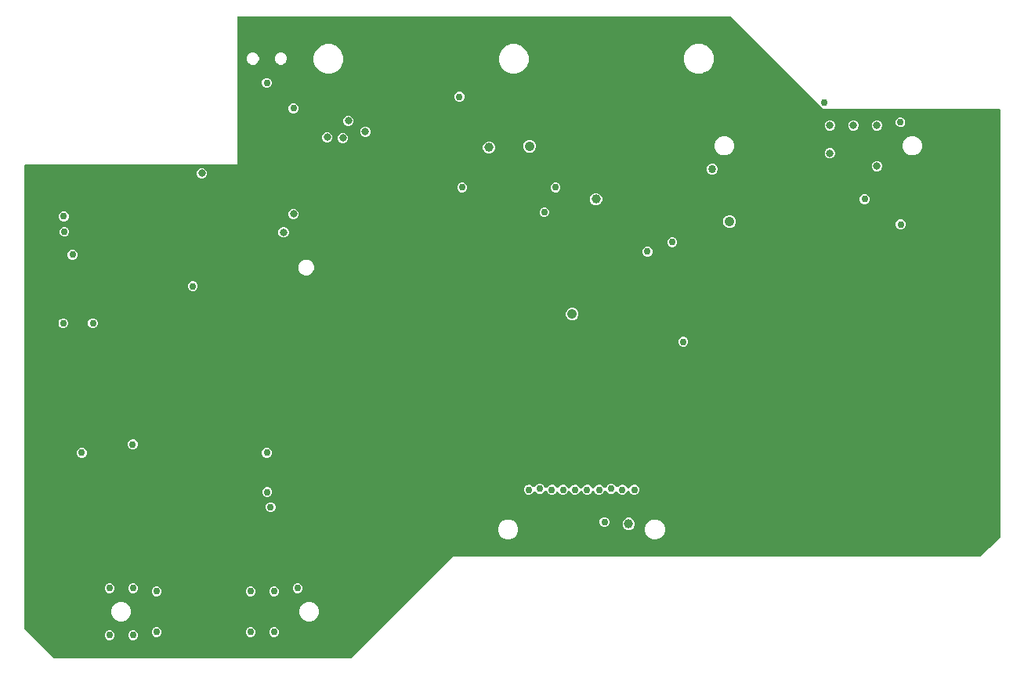
<source format=gbr>
G04 EAGLE Gerber RS-274X export*
G75*
%MOMM*%
%FSLAX34Y34*%
%LPD*%
%INEAGLE Copper Layer 15*%
%IPPOS*%
%AMOC8*
5,1,8,0,0,1.08239X$1,22.5*%
G01*
%ADD10C,0.756400*%
%ADD11C,0.806400*%
%ADD12C,1.006400*%
%ADD13C,0.406400*%
%ADD14C,0.508000*%
%ADD15C,0.254000*%
%ADD16C,0.856400*%
%ADD17C,1.056400*%

G36*
X680027Y537971D02*
X680027Y537971D01*
X680053Y537969D01*
X680227Y537991D01*
X680401Y538009D01*
X680426Y538017D01*
X680453Y538020D01*
X680618Y538076D01*
X680786Y538127D01*
X680809Y538140D01*
X680834Y538148D01*
X680986Y538235D01*
X681140Y538319D01*
X681160Y538336D01*
X681183Y538349D01*
X681436Y538564D01*
X790841Y647969D01*
X1360000Y647969D01*
X1360027Y647971D01*
X1360053Y647969D01*
X1360227Y647991D01*
X1360401Y648009D01*
X1360426Y648017D01*
X1360453Y648020D01*
X1360618Y648076D01*
X1360786Y648127D01*
X1360809Y648140D01*
X1360834Y648148D01*
X1360986Y648235D01*
X1361140Y648319D01*
X1361160Y648336D01*
X1361183Y648349D01*
X1361436Y648564D01*
X1381436Y668564D01*
X1381442Y668571D01*
X1381449Y668576D01*
X1381460Y668590D01*
X1381474Y668602D01*
X1381581Y668740D01*
X1381691Y668875D01*
X1381696Y668883D01*
X1381701Y668890D01*
X1381709Y668906D01*
X1381720Y668920D01*
X1381798Y669077D01*
X1381880Y669231D01*
X1381883Y669239D01*
X1381887Y669247D01*
X1381892Y669264D01*
X1381900Y669281D01*
X1381945Y669450D01*
X1381995Y669617D01*
X1381996Y669626D01*
X1381998Y669634D01*
X1382000Y669652D01*
X1382004Y669669D01*
X1382031Y670000D01*
X1382031Y1130000D01*
X1382029Y1130018D01*
X1382031Y1130036D01*
X1382010Y1130218D01*
X1381991Y1130401D01*
X1381986Y1130418D01*
X1381984Y1130435D01*
X1381927Y1130610D01*
X1381873Y1130786D01*
X1381865Y1130801D01*
X1381859Y1130818D01*
X1381769Y1130978D01*
X1381681Y1131140D01*
X1381670Y1131153D01*
X1381661Y1131169D01*
X1381541Y1131308D01*
X1381424Y1131449D01*
X1381410Y1131460D01*
X1381398Y1131474D01*
X1381253Y1131586D01*
X1381110Y1131701D01*
X1381094Y1131709D01*
X1381080Y1131720D01*
X1380915Y1131802D01*
X1380753Y1131887D01*
X1380736Y1131892D01*
X1380720Y1131900D01*
X1380541Y1131947D01*
X1380366Y1131998D01*
X1380348Y1132000D01*
X1380331Y1132004D01*
X1380000Y1132031D01*
X1190841Y1132031D01*
X1091436Y1231436D01*
X1091416Y1231453D01*
X1091398Y1231474D01*
X1091260Y1231581D01*
X1091125Y1231691D01*
X1091101Y1231704D01*
X1091080Y1231720D01*
X1090923Y1231798D01*
X1090769Y1231880D01*
X1090744Y1231888D01*
X1090720Y1231900D01*
X1090550Y1231945D01*
X1090383Y1231995D01*
X1090357Y1231997D01*
X1090331Y1232004D01*
X1090000Y1232031D01*
X560000Y1232031D01*
X559982Y1232029D01*
X559964Y1232031D01*
X559782Y1232010D01*
X559599Y1231991D01*
X559582Y1231986D01*
X559565Y1231984D01*
X559390Y1231927D01*
X559214Y1231873D01*
X559199Y1231865D01*
X559182Y1231859D01*
X559022Y1231769D01*
X558860Y1231681D01*
X558847Y1231670D01*
X558831Y1231661D01*
X558692Y1231541D01*
X558551Y1231424D01*
X558540Y1231410D01*
X558527Y1231398D01*
X558414Y1231253D01*
X558299Y1231110D01*
X558291Y1231094D01*
X558280Y1231080D01*
X558198Y1230915D01*
X558113Y1230753D01*
X558108Y1230736D01*
X558100Y1230720D01*
X558053Y1230541D01*
X558002Y1230366D01*
X558000Y1230348D01*
X557996Y1230331D01*
X557969Y1230000D01*
X557969Y1072031D01*
X330000Y1072031D01*
X329982Y1072029D01*
X329964Y1072031D01*
X329782Y1072010D01*
X329599Y1071991D01*
X329582Y1071986D01*
X329565Y1071984D01*
X329390Y1071927D01*
X329214Y1071873D01*
X329199Y1071865D01*
X329182Y1071859D01*
X329022Y1071769D01*
X328860Y1071681D01*
X328847Y1071670D01*
X328831Y1071661D01*
X328692Y1071541D01*
X328551Y1071424D01*
X328540Y1071410D01*
X328527Y1071398D01*
X328414Y1071253D01*
X328299Y1071110D01*
X328291Y1071094D01*
X328280Y1071080D01*
X328198Y1070915D01*
X328113Y1070753D01*
X328108Y1070736D01*
X328100Y1070720D01*
X328052Y1070541D01*
X328002Y1070366D01*
X328000Y1070348D01*
X327996Y1070331D01*
X327969Y1070000D01*
X327969Y570000D01*
X327971Y569973D01*
X327969Y569947D01*
X327991Y569773D01*
X328009Y569599D01*
X328017Y569574D01*
X328020Y569547D01*
X328076Y569382D01*
X328127Y569214D01*
X328140Y569191D01*
X328148Y569166D01*
X328235Y569014D01*
X328319Y568860D01*
X328336Y568840D01*
X328349Y568817D01*
X328564Y568564D01*
X358564Y538564D01*
X358584Y538547D01*
X358602Y538527D01*
X358740Y538419D01*
X358875Y538309D01*
X358899Y538296D01*
X358920Y538280D01*
X359077Y538202D01*
X359231Y538120D01*
X359256Y538112D01*
X359281Y538100D01*
X359450Y538055D01*
X359617Y538005D01*
X359643Y538003D01*
X359669Y537996D01*
X360000Y537969D01*
X680000Y537969D01*
X680027Y537971D01*
G37*
%LPC*%
G36*
X871944Y714693D02*
X871944Y714693D01*
X869994Y715501D01*
X868501Y716994D01*
X867693Y718944D01*
X867693Y721056D01*
X868501Y723006D01*
X869994Y724499D01*
X871208Y725002D01*
X871944Y725307D01*
X874056Y725307D01*
X876006Y724499D01*
X877179Y723326D01*
X877190Y723317D01*
X877198Y723307D01*
X877345Y723190D01*
X877491Y723070D01*
X877503Y723064D01*
X877513Y723056D01*
X877681Y722970D01*
X877847Y722882D01*
X877859Y722878D01*
X877871Y722872D01*
X878052Y722821D01*
X878232Y722767D01*
X878246Y722766D01*
X878259Y722762D01*
X878445Y722748D01*
X878633Y722731D01*
X878647Y722732D01*
X878660Y722731D01*
X878845Y722754D01*
X879034Y722774D01*
X879047Y722778D01*
X879060Y722780D01*
X879237Y722839D01*
X879418Y722896D01*
X879429Y722902D01*
X879442Y722906D01*
X879605Y722999D01*
X879770Y723090D01*
X879780Y723099D01*
X879792Y723106D01*
X879934Y723230D01*
X880077Y723351D01*
X880085Y723361D01*
X880095Y723370D01*
X880210Y723520D01*
X880326Y723667D01*
X880333Y723679D01*
X880341Y723689D01*
X880492Y723985D01*
X880501Y724006D01*
X881994Y725499D01*
X883944Y726307D01*
X886056Y726307D01*
X888006Y725499D01*
X889499Y724006D01*
X889830Y723205D01*
X889835Y723197D01*
X889837Y723189D01*
X889930Y723019D01*
X890021Y722851D01*
X890026Y722843D01*
X890031Y722836D01*
X890154Y722689D01*
X890277Y722540D01*
X890284Y722534D01*
X890290Y722528D01*
X890441Y722407D01*
X890590Y722286D01*
X890598Y722282D01*
X890605Y722277D01*
X890777Y722188D01*
X890946Y722099D01*
X890955Y722097D01*
X890963Y722093D01*
X891148Y722040D01*
X891333Y721986D01*
X891342Y721985D01*
X891350Y721983D01*
X891542Y721968D01*
X891734Y721952D01*
X891743Y721953D01*
X891752Y721952D01*
X891941Y721975D01*
X892134Y721997D01*
X892143Y722000D01*
X892151Y722001D01*
X892333Y722061D01*
X892517Y722120D01*
X892525Y722124D01*
X892534Y722127D01*
X892702Y722223D01*
X892869Y722316D01*
X892875Y722322D01*
X892883Y722327D01*
X893028Y722452D01*
X893174Y722578D01*
X893180Y722585D01*
X893187Y722591D01*
X893304Y722743D01*
X893423Y722895D01*
X893427Y722903D01*
X893432Y722910D01*
X893460Y722965D01*
X894994Y724499D01*
X896208Y725002D01*
X896944Y725307D01*
X899056Y725307D01*
X901006Y724499D01*
X902564Y722941D01*
X902577Y722930D01*
X902589Y722916D01*
X902733Y722802D01*
X902875Y722686D01*
X902891Y722678D01*
X902905Y722667D01*
X903069Y722583D01*
X903231Y722497D01*
X903248Y722492D01*
X903264Y722484D01*
X903441Y722435D01*
X903617Y722383D01*
X903635Y722381D01*
X903652Y722376D01*
X903835Y722363D01*
X904018Y722346D01*
X904036Y722348D01*
X904053Y722347D01*
X904235Y722370D01*
X904418Y722390D01*
X904435Y722395D01*
X904453Y722397D01*
X904626Y722456D01*
X904802Y722511D01*
X904818Y722520D01*
X904834Y722526D01*
X904993Y722617D01*
X905154Y722706D01*
X905168Y722718D01*
X905183Y722726D01*
X905436Y722941D01*
X906994Y724499D01*
X908208Y725002D01*
X908944Y725307D01*
X911056Y725307D01*
X913006Y724499D01*
X914499Y723006D01*
X914623Y722705D01*
X914628Y722698D01*
X914630Y722689D01*
X914722Y722521D01*
X914813Y722351D01*
X914819Y722344D01*
X914824Y722336D01*
X914947Y722189D01*
X915070Y722040D01*
X915077Y722035D01*
X915083Y722028D01*
X915232Y721908D01*
X915383Y721786D01*
X915391Y721782D01*
X915397Y721777D01*
X915567Y721689D01*
X915739Y721599D01*
X915748Y721597D01*
X915756Y721593D01*
X915941Y721540D01*
X916125Y721486D01*
X916134Y721486D01*
X916143Y721483D01*
X916335Y721468D01*
X916527Y721452D01*
X916535Y721453D01*
X916544Y721452D01*
X916736Y721475D01*
X916927Y721497D01*
X916935Y721499D01*
X916944Y721501D01*
X917128Y721561D01*
X917310Y721620D01*
X917318Y721624D01*
X917326Y721627D01*
X917495Y721723D01*
X917661Y721816D01*
X917668Y721822D01*
X917676Y721827D01*
X917822Y721954D01*
X917967Y722078D01*
X917973Y722085D01*
X917980Y722091D01*
X918098Y722245D01*
X918216Y722395D01*
X918219Y722403D01*
X918225Y722410D01*
X918377Y722705D01*
X918501Y723006D01*
X919994Y724499D01*
X921208Y725002D01*
X921944Y725307D01*
X924056Y725307D01*
X926006Y724499D01*
X927499Y723006D01*
X927623Y722705D01*
X927628Y722697D01*
X927630Y722689D01*
X927723Y722520D01*
X927814Y722351D01*
X927819Y722344D01*
X927824Y722336D01*
X927948Y722188D01*
X928070Y722040D01*
X928077Y722034D01*
X928083Y722028D01*
X928234Y721907D01*
X928383Y721786D01*
X928391Y721782D01*
X928398Y721777D01*
X928568Y721689D01*
X928739Y721599D01*
X928748Y721597D01*
X928756Y721593D01*
X928940Y721540D01*
X929126Y721486D01*
X929134Y721485D01*
X929143Y721483D01*
X929335Y721468D01*
X929527Y721452D01*
X929536Y721453D01*
X929545Y721452D01*
X929736Y721475D01*
X929927Y721497D01*
X929935Y721500D01*
X929944Y721501D01*
X930127Y721561D01*
X930310Y721620D01*
X930318Y721624D01*
X930326Y721627D01*
X930493Y721722D01*
X930662Y721816D01*
X930668Y721822D01*
X930676Y721827D01*
X930821Y721953D01*
X930967Y722078D01*
X930973Y722085D01*
X930980Y722091D01*
X931097Y722244D01*
X931216Y722395D01*
X931220Y722403D01*
X931225Y722410D01*
X931377Y722705D01*
X931501Y723006D01*
X932994Y724499D01*
X934208Y725002D01*
X934944Y725307D01*
X937056Y725307D01*
X939006Y724499D01*
X940499Y723006D01*
X940623Y722705D01*
X940628Y722697D01*
X940630Y722689D01*
X940722Y722521D01*
X940814Y722351D01*
X940819Y722344D01*
X940824Y722336D01*
X940947Y722188D01*
X941070Y722040D01*
X941077Y722034D01*
X941083Y722028D01*
X941233Y721908D01*
X941383Y721786D01*
X941391Y721782D01*
X941398Y721777D01*
X941570Y721688D01*
X941739Y721599D01*
X941748Y721597D01*
X941756Y721593D01*
X941942Y721540D01*
X942126Y721486D01*
X942135Y721485D01*
X942143Y721483D01*
X942335Y721468D01*
X942527Y721452D01*
X942536Y721453D01*
X942545Y721452D01*
X942735Y721475D01*
X942927Y721497D01*
X942935Y721499D01*
X942944Y721501D01*
X943126Y721561D01*
X943310Y721620D01*
X943318Y721624D01*
X943326Y721627D01*
X943493Y721722D01*
X943662Y721816D01*
X943668Y721822D01*
X943676Y721827D01*
X943820Y721952D01*
X943967Y722078D01*
X943973Y722085D01*
X943980Y722091D01*
X944097Y722244D01*
X944216Y722395D01*
X944220Y722403D01*
X944225Y722410D01*
X944377Y722705D01*
X944501Y723006D01*
X945994Y724499D01*
X947208Y725002D01*
X947944Y725307D01*
X950056Y725307D01*
X952006Y724499D01*
X953551Y722954D01*
X953606Y722851D01*
X953612Y722844D01*
X953616Y722836D01*
X953740Y722689D01*
X953863Y722540D01*
X953870Y722535D01*
X953876Y722528D01*
X954027Y722407D01*
X954175Y722287D01*
X954183Y722282D01*
X954190Y722277D01*
X954363Y722188D01*
X954532Y722099D01*
X954540Y722097D01*
X954549Y722093D01*
X954735Y722040D01*
X954918Y721986D01*
X954927Y721986D01*
X954936Y721983D01*
X955127Y721968D01*
X955319Y721952D01*
X955328Y721953D01*
X955337Y721952D01*
X955527Y721975D01*
X955719Y721997D01*
X955728Y721999D01*
X955737Y722001D01*
X955920Y722061D01*
X956103Y722120D01*
X956111Y722124D01*
X956119Y722127D01*
X956287Y722223D01*
X956454Y722316D01*
X956461Y722322D01*
X956469Y722327D01*
X956615Y722454D01*
X956760Y722578D01*
X956766Y722585D01*
X956773Y722591D01*
X956890Y722744D01*
X957008Y722895D01*
X957012Y722903D01*
X957018Y722910D01*
X957170Y723205D01*
X957501Y724006D01*
X958994Y725499D01*
X960944Y726307D01*
X963056Y726307D01*
X965006Y725499D01*
X966499Y724006D01*
X966508Y723985D01*
X966514Y723973D01*
X966518Y723960D01*
X966610Y723795D01*
X966698Y723630D01*
X966706Y723619D01*
X966713Y723608D01*
X966835Y723464D01*
X966954Y723319D01*
X966965Y723311D01*
X966973Y723301D01*
X967121Y723184D01*
X967267Y723066D01*
X967279Y723059D01*
X967289Y723051D01*
X967457Y722966D01*
X967623Y722879D01*
X967636Y722875D01*
X967648Y722869D01*
X967830Y722818D01*
X968010Y722765D01*
X968023Y722764D01*
X968036Y722761D01*
X968225Y722747D01*
X968411Y722731D01*
X968424Y722732D01*
X968438Y722731D01*
X968626Y722755D01*
X968811Y722776D01*
X968824Y722780D01*
X968837Y722782D01*
X969016Y722842D01*
X969194Y722899D01*
X969206Y722906D01*
X969219Y722910D01*
X969382Y723004D01*
X969546Y723095D01*
X969556Y723104D01*
X969568Y723111D01*
X969821Y723326D01*
X970994Y724499D01*
X972208Y725002D01*
X972944Y725307D01*
X975056Y725307D01*
X977006Y724499D01*
X978499Y723006D01*
X978623Y722705D01*
X978628Y722698D01*
X978630Y722689D01*
X978722Y722521D01*
X978813Y722351D01*
X978819Y722344D01*
X978824Y722336D01*
X978947Y722189D01*
X979070Y722040D01*
X979077Y722035D01*
X979083Y722028D01*
X979232Y721908D01*
X979383Y721786D01*
X979391Y721782D01*
X979397Y721777D01*
X979567Y721689D01*
X979739Y721599D01*
X979748Y721597D01*
X979756Y721593D01*
X979941Y721540D01*
X980125Y721486D01*
X980134Y721486D01*
X980143Y721483D01*
X980335Y721468D01*
X980527Y721452D01*
X980535Y721453D01*
X980544Y721452D01*
X980736Y721475D01*
X980927Y721497D01*
X980935Y721499D01*
X980944Y721501D01*
X981128Y721561D01*
X981310Y721620D01*
X981318Y721624D01*
X981326Y721627D01*
X981495Y721723D01*
X981661Y721816D01*
X981668Y721822D01*
X981676Y721827D01*
X981822Y721954D01*
X981967Y722078D01*
X981973Y722085D01*
X981980Y722091D01*
X982098Y722245D01*
X982216Y722395D01*
X982219Y722403D01*
X982225Y722410D01*
X982377Y722705D01*
X982501Y723006D01*
X983994Y724499D01*
X985208Y725002D01*
X985944Y725307D01*
X988056Y725307D01*
X990006Y724499D01*
X991499Y723006D01*
X992307Y721056D01*
X992307Y718944D01*
X991499Y716994D01*
X990006Y715501D01*
X988056Y714693D01*
X985944Y714693D01*
X983994Y715501D01*
X982501Y716994D01*
X982377Y717295D01*
X982372Y717303D01*
X982370Y717311D01*
X982277Y717480D01*
X982186Y717649D01*
X982181Y717656D01*
X982176Y717664D01*
X982053Y717811D01*
X981930Y717960D01*
X981923Y717966D01*
X981917Y717972D01*
X981767Y718092D01*
X981617Y718214D01*
X981609Y718218D01*
X981602Y718223D01*
X981432Y718311D01*
X981261Y718401D01*
X981252Y718403D01*
X981244Y718407D01*
X981060Y718460D01*
X980874Y718514D01*
X980866Y718515D01*
X980857Y718517D01*
X980665Y718532D01*
X980473Y718548D01*
X980464Y718547D01*
X980455Y718548D01*
X980264Y718525D01*
X980073Y718503D01*
X980065Y718500D01*
X980056Y718499D01*
X979873Y718439D01*
X979690Y718380D01*
X979682Y718376D01*
X979674Y718373D01*
X979507Y718278D01*
X979338Y718184D01*
X979332Y718178D01*
X979324Y718173D01*
X979179Y718047D01*
X979033Y717922D01*
X979027Y717915D01*
X979020Y717909D01*
X978902Y717755D01*
X978784Y717605D01*
X978780Y717597D01*
X978775Y717590D01*
X978623Y717295D01*
X978499Y716994D01*
X977006Y715501D01*
X975056Y714693D01*
X972944Y714693D01*
X970994Y715501D01*
X969501Y716994D01*
X969492Y717015D01*
X969486Y717027D01*
X969482Y717040D01*
X969390Y717205D01*
X969302Y717370D01*
X969294Y717381D01*
X969287Y717392D01*
X969165Y717536D01*
X969046Y717681D01*
X969035Y717689D01*
X969027Y717699D01*
X968879Y717816D01*
X968733Y717934D01*
X968721Y717941D01*
X968711Y717949D01*
X968543Y718034D01*
X968377Y718121D01*
X968364Y718125D01*
X968352Y718131D01*
X968170Y718182D01*
X967990Y718235D01*
X967977Y718236D01*
X967964Y718239D01*
X967775Y718253D01*
X967589Y718269D01*
X967576Y718268D01*
X967562Y718269D01*
X967374Y718245D01*
X967189Y718224D01*
X967176Y718220D01*
X967163Y718218D01*
X966984Y718158D01*
X966806Y718101D01*
X966794Y718094D01*
X966781Y718090D01*
X966618Y717996D01*
X966454Y717905D01*
X966444Y717896D01*
X966432Y717889D01*
X966179Y717674D01*
X965006Y716501D01*
X963056Y715693D01*
X960944Y715693D01*
X958994Y716501D01*
X957449Y718046D01*
X957394Y718149D01*
X957388Y718156D01*
X957384Y718164D01*
X957260Y718311D01*
X957137Y718460D01*
X957130Y718465D01*
X957124Y718472D01*
X956973Y718593D01*
X956825Y718713D01*
X956817Y718718D01*
X956810Y718723D01*
X956637Y718812D01*
X956468Y718901D01*
X956460Y718903D01*
X956451Y718907D01*
X956265Y718960D01*
X956082Y719014D01*
X956073Y719014D01*
X956064Y719017D01*
X955873Y719032D01*
X955681Y719048D01*
X955672Y719047D01*
X955663Y719048D01*
X955473Y719025D01*
X955281Y719003D01*
X955272Y719001D01*
X955263Y718999D01*
X955080Y718939D01*
X954897Y718880D01*
X954889Y718876D01*
X954881Y718873D01*
X954713Y718777D01*
X954546Y718684D01*
X954539Y718678D01*
X954531Y718673D01*
X954385Y718546D01*
X954240Y718422D01*
X954234Y718415D01*
X954227Y718409D01*
X954109Y718254D01*
X953992Y718105D01*
X953988Y718097D01*
X953982Y718090D01*
X953830Y717795D01*
X953499Y716994D01*
X952006Y715501D01*
X950056Y714693D01*
X947944Y714693D01*
X945994Y715501D01*
X944501Y716994D01*
X944377Y717295D01*
X944372Y717302D01*
X944370Y717311D01*
X944276Y717482D01*
X944187Y717649D01*
X944181Y717656D01*
X944176Y717664D01*
X944052Y717813D01*
X943930Y717960D01*
X943923Y717965D01*
X943917Y717972D01*
X943765Y718094D01*
X943617Y718214D01*
X943610Y718218D01*
X943603Y718223D01*
X943428Y718313D01*
X943261Y718401D01*
X943252Y718403D01*
X943244Y718407D01*
X943058Y718460D01*
X942875Y718514D01*
X942866Y718515D01*
X942857Y718517D01*
X942665Y718532D01*
X942473Y718548D01*
X942465Y718547D01*
X942456Y718548D01*
X942265Y718525D01*
X942073Y718503D01*
X942065Y718501D01*
X942056Y718499D01*
X941873Y718439D01*
X941690Y718380D01*
X941682Y718376D01*
X941674Y718373D01*
X941507Y718278D01*
X941339Y718184D01*
X941332Y718178D01*
X941324Y718173D01*
X941180Y718048D01*
X941033Y717922D01*
X941027Y717915D01*
X941020Y717909D01*
X940903Y717757D01*
X940784Y717605D01*
X940780Y717597D01*
X940775Y717590D01*
X940623Y717295D01*
X940499Y716994D01*
X939006Y715501D01*
X937056Y714693D01*
X934944Y714693D01*
X932994Y715501D01*
X931501Y716994D01*
X931377Y717295D01*
X931372Y717302D01*
X931370Y717311D01*
X931278Y717479D01*
X931187Y717649D01*
X931181Y717656D01*
X931176Y717664D01*
X931053Y717811D01*
X930930Y717960D01*
X930923Y717965D01*
X930917Y717972D01*
X930768Y718092D01*
X930617Y718214D01*
X930609Y718218D01*
X930603Y718223D01*
X930433Y718311D01*
X930261Y718401D01*
X930252Y718403D01*
X930244Y718407D01*
X930059Y718460D01*
X929875Y718514D01*
X929866Y718514D01*
X929857Y718517D01*
X929665Y718532D01*
X929473Y718548D01*
X929465Y718547D01*
X929456Y718548D01*
X929264Y718525D01*
X929073Y718503D01*
X929065Y718501D01*
X929056Y718499D01*
X928872Y718439D01*
X928690Y718380D01*
X928682Y718376D01*
X928674Y718373D01*
X928505Y718277D01*
X928339Y718184D01*
X928332Y718178D01*
X928324Y718173D01*
X928178Y718046D01*
X928033Y717922D01*
X928027Y717915D01*
X928020Y717909D01*
X927902Y717755D01*
X927784Y717605D01*
X927781Y717597D01*
X927775Y717590D01*
X927623Y717295D01*
X927499Y716994D01*
X926006Y715501D01*
X924056Y714693D01*
X921944Y714693D01*
X919994Y715501D01*
X918501Y716994D01*
X918377Y717295D01*
X918372Y717303D01*
X918370Y717311D01*
X918277Y717480D01*
X918186Y717649D01*
X918181Y717656D01*
X918176Y717664D01*
X918053Y717811D01*
X917930Y717960D01*
X917923Y717966D01*
X917917Y717972D01*
X917767Y718092D01*
X917617Y718214D01*
X917609Y718218D01*
X917602Y718223D01*
X917432Y718311D01*
X917261Y718401D01*
X917252Y718403D01*
X917244Y718407D01*
X917060Y718460D01*
X916874Y718514D01*
X916866Y718515D01*
X916857Y718517D01*
X916665Y718532D01*
X916473Y718548D01*
X916464Y718547D01*
X916455Y718548D01*
X916264Y718525D01*
X916073Y718503D01*
X916065Y718500D01*
X916056Y718499D01*
X915873Y718439D01*
X915690Y718380D01*
X915682Y718376D01*
X915674Y718373D01*
X915507Y718278D01*
X915338Y718184D01*
X915332Y718178D01*
X915324Y718173D01*
X915179Y718047D01*
X915033Y717922D01*
X915027Y717915D01*
X915020Y717909D01*
X914902Y717755D01*
X914784Y717605D01*
X914780Y717597D01*
X914775Y717590D01*
X914623Y717295D01*
X914499Y716994D01*
X913006Y715501D01*
X911056Y714693D01*
X908944Y714693D01*
X906994Y715501D01*
X905436Y717059D01*
X905422Y717070D01*
X905411Y717084D01*
X905267Y717198D01*
X905125Y717314D01*
X905109Y717322D01*
X905095Y717333D01*
X904931Y717417D01*
X904769Y717503D01*
X904752Y717508D01*
X904736Y717516D01*
X904559Y717565D01*
X904383Y717617D01*
X904365Y717619D01*
X904348Y717624D01*
X904165Y717637D01*
X903982Y717654D01*
X903964Y717652D01*
X903947Y717653D01*
X903765Y717630D01*
X903582Y717610D01*
X903565Y717605D01*
X903547Y717603D01*
X903373Y717544D01*
X903198Y717489D01*
X903182Y717480D01*
X903166Y717474D01*
X903007Y717383D01*
X902846Y717294D01*
X902832Y717282D01*
X902817Y717273D01*
X902564Y717059D01*
X901006Y715501D01*
X899056Y714693D01*
X896944Y714693D01*
X894994Y715501D01*
X893501Y716994D01*
X893170Y717795D01*
X893165Y717803D01*
X893163Y717811D01*
X893071Y717979D01*
X892979Y718149D01*
X892974Y718157D01*
X892969Y718164D01*
X892846Y718310D01*
X892723Y718460D01*
X892716Y718466D01*
X892710Y718472D01*
X892559Y718593D01*
X892410Y718714D01*
X892402Y718718D01*
X892395Y718723D01*
X892223Y718812D01*
X892054Y718901D01*
X892045Y718903D01*
X892037Y718907D01*
X891852Y718960D01*
X891667Y719014D01*
X891658Y719015D01*
X891650Y719017D01*
X891458Y719032D01*
X891266Y719048D01*
X891257Y719047D01*
X891248Y719048D01*
X891059Y719025D01*
X890866Y719003D01*
X890857Y719000D01*
X890849Y718999D01*
X890667Y718939D01*
X890483Y718880D01*
X890475Y718876D01*
X890466Y718873D01*
X890298Y718777D01*
X890131Y718684D01*
X890125Y718678D01*
X890117Y718673D01*
X889972Y718548D01*
X889826Y718422D01*
X889820Y718415D01*
X889813Y718409D01*
X889696Y718257D01*
X889577Y718105D01*
X889573Y718097D01*
X889568Y718090D01*
X889540Y718035D01*
X888006Y716501D01*
X886056Y715693D01*
X883944Y715693D01*
X881994Y716501D01*
X880821Y717674D01*
X880810Y717683D01*
X880802Y717693D01*
X880655Y717810D01*
X880509Y717930D01*
X880497Y717936D01*
X880487Y717944D01*
X880319Y718030D01*
X880153Y718118D01*
X880141Y718122D01*
X880129Y718128D01*
X879948Y718179D01*
X879768Y718233D01*
X879754Y718234D01*
X879741Y718238D01*
X879555Y718252D01*
X879367Y718269D01*
X879353Y718268D01*
X879340Y718269D01*
X879155Y718246D01*
X878966Y718226D01*
X878953Y718222D01*
X878940Y718220D01*
X878763Y718161D01*
X878582Y718104D01*
X878571Y718098D01*
X878558Y718094D01*
X878395Y718001D01*
X878230Y717910D01*
X878220Y717901D01*
X878208Y717894D01*
X878066Y717770D01*
X877923Y717649D01*
X877915Y717639D01*
X877905Y717630D01*
X877790Y717480D01*
X877674Y717333D01*
X877667Y717321D01*
X877659Y717311D01*
X877508Y717015D01*
X877499Y716994D01*
X876006Y715501D01*
X874056Y714693D01*
X871944Y714693D01*
G37*
%LPD*%
%LPC*%
G36*
X853469Y1169723D02*
X853469Y1169723D01*
X847574Y1172165D01*
X843061Y1176678D01*
X840619Y1182573D01*
X840619Y1188955D01*
X843061Y1194850D01*
X847574Y1199363D01*
X853469Y1201805D01*
X859851Y1201805D01*
X865746Y1199363D01*
X870259Y1194850D01*
X872701Y1188955D01*
X872701Y1182573D01*
X870259Y1176678D01*
X865746Y1172165D01*
X859851Y1169723D01*
X853469Y1169723D01*
G37*
%LPD*%
%LPC*%
G36*
X653509Y1169723D02*
X653509Y1169723D01*
X647614Y1172165D01*
X643101Y1176678D01*
X640659Y1182573D01*
X640659Y1188955D01*
X643101Y1194850D01*
X647614Y1199363D01*
X653509Y1201805D01*
X659891Y1201805D01*
X665786Y1199363D01*
X670299Y1194850D01*
X672741Y1188955D01*
X672741Y1182573D01*
X670299Y1176678D01*
X665786Y1172165D01*
X659891Y1169723D01*
X653509Y1169723D01*
G37*
%LPD*%
%LPC*%
G36*
X1053509Y1170223D02*
X1053509Y1170223D01*
X1047614Y1172665D01*
X1043101Y1177178D01*
X1040659Y1183073D01*
X1040659Y1189455D01*
X1043101Y1195350D01*
X1047614Y1199863D01*
X1048704Y1200314D01*
X1053509Y1202305D01*
X1059891Y1202305D01*
X1065786Y1199863D01*
X1070299Y1195350D01*
X1072741Y1189455D01*
X1072741Y1183073D01*
X1070299Y1177178D01*
X1065786Y1172665D01*
X1063120Y1171561D01*
X1059891Y1170223D01*
X1053509Y1170223D01*
G37*
%LPD*%
%LPC*%
G36*
X1007104Y666209D02*
X1007104Y666209D01*
X1003138Y667852D01*
X1000102Y670888D01*
X998459Y674854D01*
X998459Y679146D01*
X1000102Y683112D01*
X1003138Y686148D01*
X1007104Y687791D01*
X1011396Y687791D01*
X1015362Y686148D01*
X1018398Y683112D01*
X1020041Y679146D01*
X1020041Y674854D01*
X1018398Y670888D01*
X1015362Y667852D01*
X1011396Y666209D01*
X1007104Y666209D01*
G37*
%LPD*%
%LPC*%
G36*
X848604Y666209D02*
X848604Y666209D01*
X844638Y667852D01*
X841602Y670888D01*
X839959Y674854D01*
X839959Y679146D01*
X841602Y683112D01*
X844638Y686148D01*
X848604Y687791D01*
X852896Y687791D01*
X856862Y686148D01*
X859898Y683112D01*
X861541Y679146D01*
X861541Y674854D01*
X859898Y670888D01*
X856862Y667852D01*
X852896Y666209D01*
X848604Y666209D01*
G37*
%LPD*%
%LPC*%
G36*
X1082023Y1081559D02*
X1082023Y1081559D01*
X1078186Y1083149D01*
X1075249Y1086086D01*
X1073659Y1089923D01*
X1073659Y1094077D01*
X1075249Y1097914D01*
X1078186Y1100851D01*
X1082023Y1102441D01*
X1086177Y1102441D01*
X1090014Y1100851D01*
X1092951Y1097914D01*
X1094541Y1094077D01*
X1094541Y1089923D01*
X1092951Y1086086D01*
X1090014Y1083149D01*
X1086177Y1081559D01*
X1082023Y1081559D01*
G37*
%LPD*%
%LPC*%
G36*
X633823Y577559D02*
X633823Y577559D01*
X629986Y579149D01*
X627049Y582086D01*
X625459Y585923D01*
X625459Y590077D01*
X627049Y593914D01*
X629986Y596851D01*
X633823Y598441D01*
X637977Y598441D01*
X641814Y596851D01*
X644751Y593914D01*
X646341Y590077D01*
X646341Y585923D01*
X644751Y582086D01*
X641814Y579149D01*
X637977Y577559D01*
X633823Y577559D01*
G37*
%LPD*%
%LPC*%
G36*
X1285223Y1081559D02*
X1285223Y1081559D01*
X1281386Y1083149D01*
X1278449Y1086086D01*
X1276859Y1089923D01*
X1276859Y1094077D01*
X1278449Y1097914D01*
X1281386Y1100851D01*
X1285223Y1102441D01*
X1289377Y1102441D01*
X1293214Y1100851D01*
X1296151Y1097914D01*
X1297741Y1094077D01*
X1297741Y1089923D01*
X1296151Y1086086D01*
X1293214Y1083149D01*
X1289377Y1081559D01*
X1285223Y1081559D01*
G37*
%LPD*%
%LPC*%
G36*
X430623Y577559D02*
X430623Y577559D01*
X426786Y579149D01*
X423849Y582086D01*
X422259Y585923D01*
X422259Y590077D01*
X423849Y593914D01*
X426786Y596851D01*
X430623Y598441D01*
X434777Y598441D01*
X438614Y596851D01*
X441551Y593914D01*
X443141Y590077D01*
X443141Y585923D01*
X441551Y582086D01*
X438614Y579149D01*
X434777Y577559D01*
X430623Y577559D01*
G37*
%LPD*%
%LPC*%
G36*
X630813Y951719D02*
X630813Y951719D01*
X627674Y953020D01*
X625272Y955422D01*
X623971Y958561D01*
X623971Y961959D01*
X625272Y965098D01*
X627674Y967500D01*
X630813Y968801D01*
X634211Y968801D01*
X637350Y967500D01*
X639752Y965098D01*
X641053Y961959D01*
X641053Y958561D01*
X639752Y955422D01*
X637350Y953020D01*
X634211Y951719D01*
X630813Y951719D01*
G37*
%LPD*%
%LPC*%
G36*
X1088646Y1003193D02*
X1088646Y1003193D01*
X1086144Y1004230D01*
X1084230Y1006144D01*
X1083193Y1008646D01*
X1083193Y1011354D01*
X1084230Y1013856D01*
X1086144Y1015770D01*
X1088646Y1016807D01*
X1091354Y1016807D01*
X1093856Y1015770D01*
X1095770Y1013856D01*
X1096807Y1011354D01*
X1096807Y1008646D01*
X1095770Y1006144D01*
X1093856Y1004230D01*
X1091354Y1003193D01*
X1088646Y1003193D01*
G37*
%LPD*%
%LPC*%
G36*
X872646Y1084573D02*
X872646Y1084573D01*
X870144Y1085610D01*
X868230Y1087524D01*
X867193Y1090026D01*
X867193Y1092734D01*
X868230Y1095236D01*
X870144Y1097150D01*
X872646Y1098187D01*
X875354Y1098187D01*
X877856Y1097150D01*
X879770Y1095236D01*
X880807Y1092734D01*
X880807Y1090026D01*
X879770Y1087524D01*
X877856Y1085610D01*
X875354Y1084573D01*
X872646Y1084573D01*
G37*
%LPD*%
%LPC*%
G36*
X918646Y903193D02*
X918646Y903193D01*
X916144Y904230D01*
X914230Y906144D01*
X913193Y908646D01*
X913193Y911354D01*
X914230Y913856D01*
X916144Y915770D01*
X916552Y915939D01*
X918646Y916807D01*
X921354Y916807D01*
X923856Y915770D01*
X925770Y913856D01*
X926807Y911354D01*
X926807Y908646D01*
X925770Y906144D01*
X923856Y904230D01*
X921939Y903436D01*
X921354Y903193D01*
X918646Y903193D01*
G37*
%LPD*%
%LPC*%
G36*
X944500Y1027639D02*
X944500Y1027639D01*
X942090Y1028637D01*
X940245Y1030482D01*
X939247Y1032892D01*
X939247Y1035500D01*
X940245Y1037910D01*
X942090Y1039755D01*
X944500Y1040753D01*
X947108Y1040753D01*
X949518Y1039755D01*
X951363Y1037910D01*
X952361Y1035500D01*
X952361Y1032892D01*
X951363Y1030482D01*
X949518Y1028637D01*
X947108Y1027639D01*
X944500Y1027639D01*
G37*
%LPD*%
%LPC*%
G36*
X979696Y676443D02*
X979696Y676443D01*
X977286Y677441D01*
X975441Y679286D01*
X974443Y681696D01*
X974443Y684304D01*
X975441Y686714D01*
X977286Y688559D01*
X979696Y689557D01*
X982304Y689557D01*
X984714Y688559D01*
X986559Y686714D01*
X987557Y684304D01*
X987557Y681696D01*
X986559Y679286D01*
X984714Y677441D01*
X982304Y676443D01*
X979696Y676443D01*
G37*
%LPD*%
%LPC*%
G36*
X828696Y1083443D02*
X828696Y1083443D01*
X826286Y1084441D01*
X824441Y1086286D01*
X823443Y1088696D01*
X823443Y1091304D01*
X824441Y1093714D01*
X826286Y1095559D01*
X828696Y1096557D01*
X831304Y1096557D01*
X833714Y1095559D01*
X835559Y1093714D01*
X836557Y1091304D01*
X836557Y1088696D01*
X835559Y1086286D01*
X833714Y1084441D01*
X831304Y1083443D01*
X828696Y1083443D01*
G37*
%LPD*%
%LPC*%
G36*
X603635Y1179635D02*
X603635Y1179635D01*
X601231Y1180631D01*
X599391Y1182471D01*
X598395Y1184875D01*
X598395Y1187477D01*
X599391Y1189881D01*
X601231Y1191721D01*
X603635Y1192717D01*
X606237Y1192717D01*
X608641Y1191721D01*
X610481Y1189881D01*
X611477Y1187477D01*
X611477Y1184875D01*
X610481Y1182471D01*
X608641Y1180631D01*
X606359Y1179686D01*
X606237Y1179635D01*
X603635Y1179635D01*
G37*
%LPD*%
%LPC*%
G36*
X573635Y1179635D02*
X573635Y1179635D01*
X571231Y1180631D01*
X569391Y1182471D01*
X568395Y1184875D01*
X568395Y1187477D01*
X569391Y1189881D01*
X571231Y1191721D01*
X573635Y1192717D01*
X576237Y1192717D01*
X578641Y1191721D01*
X580481Y1189881D01*
X581477Y1187477D01*
X581477Y1184875D01*
X580481Y1182471D01*
X578641Y1180631D01*
X576359Y1179686D01*
X576237Y1179635D01*
X573635Y1179635D01*
G37*
%LPD*%
%LPC*%
G36*
X1070245Y1060793D02*
X1070245Y1060793D01*
X1068111Y1061677D01*
X1066477Y1063311D01*
X1065593Y1065445D01*
X1065593Y1067755D01*
X1066477Y1069889D01*
X1068111Y1071523D01*
X1070097Y1072346D01*
X1070245Y1072407D01*
X1072555Y1072407D01*
X1074689Y1071523D01*
X1076323Y1069889D01*
X1077207Y1067755D01*
X1077207Y1065445D01*
X1076323Y1063311D01*
X1074689Y1061677D01*
X1072555Y1060793D01*
X1070245Y1060793D01*
G37*
%LPD*%
%LPC*%
G36*
X1197295Y1078159D02*
X1197295Y1078159D01*
X1195252Y1079005D01*
X1193689Y1080568D01*
X1192843Y1082611D01*
X1192843Y1084821D01*
X1193689Y1086864D01*
X1195252Y1088427D01*
X1197295Y1089273D01*
X1199505Y1089273D01*
X1201548Y1088427D01*
X1203111Y1086864D01*
X1203957Y1084821D01*
X1203957Y1082611D01*
X1203111Y1080568D01*
X1201548Y1079005D01*
X1199505Y1078159D01*
X1197295Y1078159D01*
G37*
%LPD*%
%LPC*%
G36*
X695363Y1101617D02*
X695363Y1101617D01*
X693320Y1102463D01*
X691757Y1104026D01*
X690911Y1106069D01*
X690911Y1108279D01*
X691757Y1110322D01*
X693320Y1111885D01*
X695363Y1112731D01*
X697573Y1112731D01*
X699616Y1111885D01*
X701179Y1110322D01*
X702025Y1108279D01*
X702025Y1106069D01*
X701179Y1104026D01*
X699616Y1102463D01*
X697573Y1101617D01*
X695363Y1101617D01*
G37*
%LPD*%
%LPC*%
G36*
X670979Y1094771D02*
X670979Y1094771D01*
X668936Y1095617D01*
X667373Y1097180D01*
X666527Y1099223D01*
X666527Y1101433D01*
X667373Y1103476D01*
X668936Y1105039D01*
X670979Y1105885D01*
X673189Y1105885D01*
X675232Y1105039D01*
X676795Y1103476D01*
X677641Y1101433D01*
X677641Y1099223D01*
X676795Y1097180D01*
X675232Y1095617D01*
X673189Y1094771D01*
X670979Y1094771D01*
G37*
%LPD*%
%LPC*%
G36*
X518579Y1056671D02*
X518579Y1056671D01*
X516536Y1057517D01*
X514973Y1059080D01*
X514127Y1061123D01*
X514127Y1063333D01*
X514973Y1065376D01*
X516536Y1066939D01*
X518579Y1067785D01*
X520789Y1067785D01*
X522832Y1066939D01*
X524395Y1065376D01*
X525241Y1063333D01*
X525241Y1061123D01*
X524395Y1059080D01*
X522832Y1057517D01*
X520789Y1056671D01*
X518579Y1056671D01*
G37*
%LPD*%
%LPC*%
G36*
X1197295Y1108443D02*
X1197295Y1108443D01*
X1195252Y1109289D01*
X1193689Y1110852D01*
X1192843Y1112895D01*
X1192843Y1115105D01*
X1193689Y1117148D01*
X1195252Y1118711D01*
X1197295Y1119557D01*
X1199505Y1119557D01*
X1201548Y1118711D01*
X1203111Y1117148D01*
X1203957Y1115105D01*
X1203957Y1112895D01*
X1203111Y1110852D01*
X1201548Y1109289D01*
X1199505Y1108443D01*
X1197295Y1108443D01*
G37*
%LPD*%
%LPC*%
G36*
X1222695Y1108443D02*
X1222695Y1108443D01*
X1220652Y1109289D01*
X1219089Y1110852D01*
X1218243Y1112895D01*
X1218243Y1115105D01*
X1219089Y1117148D01*
X1220652Y1118711D01*
X1222695Y1119557D01*
X1224905Y1119557D01*
X1226948Y1118711D01*
X1228511Y1117148D01*
X1229357Y1115105D01*
X1229357Y1112895D01*
X1228511Y1110852D01*
X1226948Y1109289D01*
X1224905Y1108443D01*
X1222695Y1108443D01*
G37*
%LPD*%
%LPC*%
G36*
X1248095Y1108443D02*
X1248095Y1108443D01*
X1246052Y1109289D01*
X1244489Y1110852D01*
X1243643Y1112895D01*
X1243643Y1115105D01*
X1244489Y1117148D01*
X1246052Y1118711D01*
X1248095Y1119557D01*
X1250305Y1119557D01*
X1252348Y1118711D01*
X1253911Y1117148D01*
X1254757Y1115105D01*
X1254757Y1112895D01*
X1253911Y1110852D01*
X1252348Y1109289D01*
X1250305Y1108443D01*
X1248095Y1108443D01*
G37*
%LPD*%
%LPC*%
G36*
X654215Y1095501D02*
X654215Y1095501D01*
X652172Y1096346D01*
X650609Y1097910D01*
X649763Y1099952D01*
X649763Y1102163D01*
X650609Y1104205D01*
X652172Y1105768D01*
X654215Y1106614D01*
X656425Y1106614D01*
X658468Y1105768D01*
X660031Y1104205D01*
X660877Y1102163D01*
X660877Y1099952D01*
X660031Y1097910D01*
X658468Y1096346D01*
X656425Y1095501D01*
X654215Y1095501D01*
G37*
%LPD*%
%LPC*%
G36*
X676895Y1113443D02*
X676895Y1113443D01*
X674852Y1114289D01*
X673289Y1115852D01*
X672443Y1117895D01*
X672443Y1120105D01*
X673289Y1122148D01*
X674852Y1123711D01*
X676895Y1124557D01*
X679105Y1124557D01*
X681148Y1123711D01*
X682711Y1122148D01*
X683557Y1120105D01*
X683557Y1117895D01*
X682711Y1115852D01*
X681148Y1114289D01*
X679105Y1113443D01*
X676895Y1113443D01*
G37*
%LPD*%
%LPC*%
G36*
X617639Y1012475D02*
X617639Y1012475D01*
X615596Y1013321D01*
X614033Y1014884D01*
X613187Y1016927D01*
X613187Y1019137D01*
X614033Y1021180D01*
X615596Y1022743D01*
X617639Y1023589D01*
X619849Y1023589D01*
X621892Y1022743D01*
X623455Y1021180D01*
X624301Y1019137D01*
X624301Y1016927D01*
X623455Y1014884D01*
X621892Y1013321D01*
X619849Y1012475D01*
X617639Y1012475D01*
G37*
%LPD*%
%LPC*%
G36*
X1248095Y1064443D02*
X1248095Y1064443D01*
X1246052Y1065289D01*
X1244489Y1066852D01*
X1243643Y1068895D01*
X1243643Y1071105D01*
X1244489Y1073148D01*
X1246052Y1074711D01*
X1248095Y1075557D01*
X1250305Y1075557D01*
X1252348Y1074711D01*
X1253911Y1073148D01*
X1254757Y1071105D01*
X1254757Y1068895D01*
X1253911Y1066852D01*
X1252348Y1065289D01*
X1250305Y1064443D01*
X1248095Y1064443D01*
G37*
%LPD*%
%LPC*%
G36*
X606971Y992663D02*
X606971Y992663D01*
X604928Y993509D01*
X603365Y995072D01*
X602519Y997115D01*
X602519Y999325D01*
X603365Y1001368D01*
X604928Y1002931D01*
X606971Y1003777D01*
X609181Y1003777D01*
X611224Y1002931D01*
X612787Y1001368D01*
X613633Y999325D01*
X613633Y997115D01*
X612787Y995072D01*
X611224Y993509D01*
X609537Y992811D01*
X609181Y992663D01*
X606971Y992663D01*
G37*
%LPD*%
%LPC*%
G36*
X596744Y560693D02*
X596744Y560693D01*
X594794Y561501D01*
X593301Y562994D01*
X592493Y564944D01*
X592493Y567056D01*
X593301Y569006D01*
X594794Y570499D01*
X595103Y570627D01*
X596744Y571307D01*
X598856Y571307D01*
X600806Y570499D01*
X602299Y569006D01*
X603107Y567056D01*
X603107Y564944D01*
X602299Y562994D01*
X600806Y561501D01*
X598856Y560693D01*
X596744Y560693D01*
G37*
%LPD*%
%LPC*%
G36*
X469744Y560693D02*
X469744Y560693D01*
X467794Y561501D01*
X466301Y562994D01*
X465493Y564944D01*
X465493Y567056D01*
X466301Y569006D01*
X467794Y570499D01*
X468103Y570627D01*
X469744Y571307D01*
X471856Y571307D01*
X473806Y570499D01*
X475299Y569006D01*
X476107Y567056D01*
X476107Y564944D01*
X475299Y562994D01*
X473806Y561501D01*
X471856Y560693D01*
X469744Y560693D01*
G37*
%LPD*%
%LPC*%
G36*
X571344Y560693D02*
X571344Y560693D01*
X569394Y561501D01*
X567901Y562994D01*
X567093Y564944D01*
X567093Y567056D01*
X567901Y569006D01*
X569394Y570499D01*
X569703Y570627D01*
X571344Y571307D01*
X573456Y571307D01*
X575406Y570499D01*
X576899Y569006D01*
X577707Y567056D01*
X577707Y564944D01*
X576899Y562994D01*
X575406Y561501D01*
X573456Y560693D01*
X571344Y560693D01*
G37*
%LPD*%
%LPC*%
G36*
X370045Y993592D02*
X370045Y993592D01*
X368095Y994400D01*
X366602Y995893D01*
X365794Y997843D01*
X365794Y999955D01*
X366602Y1001905D01*
X368095Y1003398D01*
X370045Y1004206D01*
X372157Y1004206D01*
X374107Y1003398D01*
X375600Y1001905D01*
X376408Y999955D01*
X376408Y997843D01*
X375600Y995893D01*
X374107Y994400D01*
X372157Y993592D01*
X370045Y993592D01*
G37*
%LPD*%
%LPC*%
G36*
X1000118Y972141D02*
X1000118Y972141D01*
X998168Y972949D01*
X996675Y974442D01*
X995867Y976392D01*
X995867Y978504D01*
X996675Y980454D01*
X998168Y981947D01*
X1000118Y982755D01*
X1002230Y982755D01*
X1004180Y981947D01*
X1005673Y980454D01*
X1006481Y978504D01*
X1006481Y976392D01*
X1005673Y974442D01*
X1004180Y972949D01*
X1002230Y972141D01*
X1000118Y972141D01*
G37*
%LPD*%
%LPC*%
G36*
X378944Y968809D02*
X378944Y968809D01*
X376994Y969617D01*
X375501Y971110D01*
X374693Y973060D01*
X374693Y975172D01*
X375501Y977122D01*
X376994Y978615D01*
X378944Y979423D01*
X381056Y979423D01*
X383006Y978615D01*
X384499Y977122D01*
X385307Y975172D01*
X385307Y973060D01*
X384499Y971110D01*
X383006Y969617D01*
X381056Y968809D01*
X378944Y968809D01*
G37*
%LPD*%
%LPC*%
G36*
X418944Y557293D02*
X418944Y557293D01*
X416994Y558101D01*
X415501Y559594D01*
X414693Y561544D01*
X414693Y563656D01*
X415501Y565606D01*
X416994Y567099D01*
X418944Y567907D01*
X421056Y567907D01*
X423006Y567099D01*
X424499Y565606D01*
X425307Y563656D01*
X425307Y561544D01*
X424499Y559594D01*
X423006Y558101D01*
X421056Y557293D01*
X418944Y557293D01*
G37*
%LPD*%
%LPC*%
G36*
X508944Y934693D02*
X508944Y934693D01*
X506994Y935501D01*
X505501Y936994D01*
X504693Y938944D01*
X504693Y941056D01*
X505501Y943006D01*
X506994Y944499D01*
X508944Y945307D01*
X511056Y945307D01*
X513006Y944499D01*
X514499Y943006D01*
X515307Y941056D01*
X515307Y938944D01*
X514499Y936994D01*
X513006Y935501D01*
X511056Y934693D01*
X508944Y934693D01*
G37*
%LPD*%
%LPC*%
G36*
X1273944Y1001693D02*
X1273944Y1001693D01*
X1271994Y1002501D01*
X1270501Y1003994D01*
X1269693Y1005944D01*
X1269693Y1008056D01*
X1270501Y1010006D01*
X1271994Y1011499D01*
X1273944Y1012307D01*
X1276056Y1012307D01*
X1278006Y1011499D01*
X1279499Y1010006D01*
X1280307Y1008056D01*
X1280307Y1005944D01*
X1279499Y1003994D01*
X1278006Y1002501D01*
X1276056Y1001693D01*
X1273944Y1001693D01*
G37*
%LPD*%
%LPC*%
G36*
X368944Y894693D02*
X368944Y894693D01*
X366994Y895501D01*
X365501Y896994D01*
X364693Y898944D01*
X364693Y901056D01*
X365501Y903006D01*
X366994Y904499D01*
X368944Y905307D01*
X371056Y905307D01*
X373006Y904499D01*
X374499Y903006D01*
X375307Y901056D01*
X375307Y898944D01*
X374499Y896994D01*
X373006Y895501D01*
X371056Y894693D01*
X368944Y894693D01*
G37*
%LPD*%
%LPC*%
G36*
X400944Y894643D02*
X400944Y894643D01*
X398994Y895451D01*
X397501Y896944D01*
X396693Y898894D01*
X396693Y901006D01*
X397501Y902956D01*
X398994Y904449D01*
X400944Y905257D01*
X403056Y905257D01*
X405006Y904449D01*
X406499Y902956D01*
X407307Y901006D01*
X407307Y898894D01*
X406499Y896944D01*
X405006Y895451D01*
X403056Y894643D01*
X400944Y894643D01*
G37*
%LPD*%
%LPC*%
G36*
X1038944Y874693D02*
X1038944Y874693D01*
X1036994Y875501D01*
X1035501Y876994D01*
X1034693Y878944D01*
X1034693Y881056D01*
X1035501Y883006D01*
X1036994Y884499D01*
X1038944Y885307D01*
X1041056Y885307D01*
X1043006Y884499D01*
X1044499Y883006D01*
X1045307Y881056D01*
X1045307Y878944D01*
X1044499Y876994D01*
X1043006Y875501D01*
X1041056Y874693D01*
X1038944Y874693D01*
G37*
%LPD*%
%LPC*%
G36*
X444344Y557293D02*
X444344Y557293D01*
X442394Y558101D01*
X440901Y559594D01*
X440093Y561544D01*
X440093Y563656D01*
X440901Y565606D01*
X442394Y567099D01*
X444344Y567907D01*
X446456Y567907D01*
X448406Y567099D01*
X449899Y565606D01*
X450707Y563656D01*
X450707Y561544D01*
X449899Y559594D01*
X448406Y558101D01*
X446456Y557293D01*
X444344Y557293D01*
G37*
%LPD*%
%LPC*%
G36*
X588944Y754693D02*
X588944Y754693D01*
X586994Y755501D01*
X585501Y756994D01*
X584693Y758944D01*
X584693Y761056D01*
X585501Y763006D01*
X586994Y764499D01*
X588944Y765307D01*
X591056Y765307D01*
X593006Y764499D01*
X594499Y763006D01*
X595307Y761056D01*
X595307Y758944D01*
X594499Y756994D01*
X593006Y755501D01*
X591056Y754693D01*
X588944Y754693D01*
G37*
%LPD*%
%LPC*%
G36*
X388944Y754693D02*
X388944Y754693D01*
X386994Y755501D01*
X385501Y756994D01*
X384693Y758944D01*
X384693Y761056D01*
X385501Y763006D01*
X386994Y764499D01*
X388944Y765307D01*
X391056Y765307D01*
X393006Y764499D01*
X394499Y763006D01*
X395307Y761056D01*
X395307Y758944D01*
X394499Y756994D01*
X393006Y755501D01*
X391056Y754693D01*
X388944Y754693D01*
G37*
%LPD*%
%LPC*%
G36*
X369398Y1010240D02*
X369398Y1010240D01*
X367447Y1011048D01*
X365954Y1012541D01*
X365147Y1014491D01*
X365147Y1016602D01*
X365954Y1018553D01*
X367447Y1020046D01*
X369398Y1020853D01*
X371509Y1020853D01*
X373459Y1020046D01*
X374952Y1018553D01*
X375760Y1016602D01*
X375760Y1014491D01*
X374952Y1012541D01*
X373459Y1011048D01*
X371509Y1010240D01*
X369398Y1010240D01*
G37*
%LPD*%
%LPC*%
G36*
X588944Y1154693D02*
X588944Y1154693D01*
X586994Y1155501D01*
X585501Y1156994D01*
X584693Y1158944D01*
X584693Y1161056D01*
X585501Y1163006D01*
X586994Y1164499D01*
X588944Y1165307D01*
X591056Y1165307D01*
X593006Y1164499D01*
X594499Y1163006D01*
X595307Y1161056D01*
X595307Y1158944D01*
X594499Y1156994D01*
X593006Y1155501D01*
X591056Y1154693D01*
X588944Y1154693D01*
G37*
%LPD*%
%LPC*%
G36*
X592944Y695693D02*
X592944Y695693D01*
X590994Y696501D01*
X589501Y697994D01*
X588693Y699944D01*
X588693Y702056D01*
X589501Y704006D01*
X590994Y705499D01*
X592944Y706307D01*
X595056Y706307D01*
X597006Y705499D01*
X598499Y704006D01*
X599307Y702056D01*
X599307Y699944D01*
X598499Y697994D01*
X597006Y696501D01*
X595056Y695693D01*
X592944Y695693D01*
G37*
%LPD*%
%LPC*%
G36*
X953944Y679693D02*
X953944Y679693D01*
X951994Y680501D01*
X950501Y681994D01*
X949693Y683944D01*
X949693Y686056D01*
X950501Y688006D01*
X951994Y689499D01*
X953944Y690307D01*
X956056Y690307D01*
X958006Y689499D01*
X959499Y688006D01*
X960307Y686056D01*
X960307Y683944D01*
X959499Y681994D01*
X958006Y680501D01*
X956056Y679693D01*
X953944Y679693D01*
G37*
%LPD*%
%LPC*%
G36*
X888944Y1014693D02*
X888944Y1014693D01*
X886994Y1015501D01*
X885501Y1016994D01*
X884693Y1018944D01*
X884693Y1021056D01*
X885501Y1023006D01*
X886994Y1024499D01*
X888944Y1025307D01*
X891056Y1025307D01*
X893006Y1024499D01*
X894499Y1023006D01*
X895307Y1021056D01*
X895307Y1018944D01*
X894499Y1016994D01*
X893006Y1015501D01*
X891056Y1014693D01*
X888944Y1014693D01*
G37*
%LPD*%
%LPC*%
G36*
X1234944Y1028889D02*
X1234944Y1028889D01*
X1232994Y1029697D01*
X1231501Y1031190D01*
X1230693Y1033140D01*
X1230693Y1035252D01*
X1231501Y1037202D01*
X1232994Y1038695D01*
X1234944Y1039503D01*
X1237056Y1039503D01*
X1239006Y1038695D01*
X1240499Y1037202D01*
X1241307Y1035252D01*
X1241307Y1033140D01*
X1240499Y1031190D01*
X1239006Y1029697D01*
X1237056Y1028889D01*
X1234944Y1028889D01*
G37*
%LPD*%
%LPC*%
G36*
X799944Y1041693D02*
X799944Y1041693D01*
X797994Y1042501D01*
X796501Y1043994D01*
X795693Y1045944D01*
X795693Y1048056D01*
X796501Y1050006D01*
X797994Y1051499D01*
X799944Y1052307D01*
X802056Y1052307D01*
X804006Y1051499D01*
X805499Y1050006D01*
X806307Y1048056D01*
X806307Y1045944D01*
X805499Y1043994D01*
X804006Y1042501D01*
X802056Y1041693D01*
X799944Y1041693D01*
G37*
%LPD*%
%LPC*%
G36*
X622144Y608093D02*
X622144Y608093D01*
X620194Y608901D01*
X618701Y610394D01*
X617893Y612344D01*
X617893Y614456D01*
X618701Y616406D01*
X620194Y617899D01*
X622144Y618707D01*
X624256Y618707D01*
X626206Y617899D01*
X627699Y616406D01*
X628507Y614456D01*
X628507Y612344D01*
X627699Y610394D01*
X626206Y608901D01*
X624256Y608093D01*
X622144Y608093D01*
G37*
%LPD*%
%LPC*%
G36*
X444344Y608093D02*
X444344Y608093D01*
X442394Y608901D01*
X440901Y610394D01*
X440093Y612344D01*
X440093Y614456D01*
X440901Y616406D01*
X442394Y617899D01*
X444344Y618707D01*
X446456Y618707D01*
X448406Y617899D01*
X449899Y616406D01*
X450707Y614456D01*
X450707Y612344D01*
X449899Y610394D01*
X448406Y608901D01*
X446456Y608093D01*
X444344Y608093D01*
G37*
%LPD*%
%LPC*%
G36*
X418944Y608093D02*
X418944Y608093D01*
X416994Y608901D01*
X415501Y610394D01*
X414693Y612344D01*
X414693Y614456D01*
X415501Y616406D01*
X416994Y617899D01*
X418944Y618707D01*
X421056Y618707D01*
X423006Y617899D01*
X424499Y616406D01*
X425307Y614456D01*
X425307Y612344D01*
X424499Y610394D01*
X423006Y608901D01*
X421056Y608093D01*
X418944Y608093D01*
G37*
%LPD*%
%LPC*%
G36*
X596744Y604693D02*
X596744Y604693D01*
X594794Y605501D01*
X593301Y606994D01*
X592493Y608944D01*
X592493Y611056D01*
X593301Y613006D01*
X594794Y614499D01*
X596744Y615307D01*
X598856Y615307D01*
X600806Y614499D01*
X602299Y613006D01*
X603107Y611056D01*
X603107Y608944D01*
X602299Y606994D01*
X600806Y605501D01*
X598856Y604693D01*
X596744Y604693D01*
G37*
%LPD*%
%LPC*%
G36*
X571344Y604693D02*
X571344Y604693D01*
X569394Y605501D01*
X567901Y606994D01*
X567093Y608944D01*
X567093Y611056D01*
X567901Y613006D01*
X569394Y614499D01*
X571344Y615307D01*
X573456Y615307D01*
X575406Y614499D01*
X576899Y613006D01*
X577707Y611056D01*
X577707Y608944D01*
X576899Y606994D01*
X575406Y605501D01*
X573456Y604693D01*
X571344Y604693D01*
G37*
%LPD*%
%LPC*%
G36*
X469744Y604693D02*
X469744Y604693D01*
X467794Y605501D01*
X466301Y606994D01*
X465493Y608944D01*
X465493Y611056D01*
X466301Y613006D01*
X467794Y614499D01*
X469744Y615307D01*
X471856Y615307D01*
X473806Y614499D01*
X475299Y613006D01*
X476107Y611056D01*
X476107Y608944D01*
X475299Y606994D01*
X473806Y605501D01*
X471856Y604693D01*
X469744Y604693D01*
G37*
%LPD*%
%LPC*%
G36*
X900944Y1041693D02*
X900944Y1041693D01*
X898994Y1042501D01*
X897501Y1043994D01*
X896693Y1045944D01*
X896693Y1048056D01*
X897501Y1050006D01*
X898994Y1051499D01*
X900944Y1052307D01*
X903056Y1052307D01*
X905006Y1051499D01*
X906499Y1050006D01*
X907307Y1048056D01*
X907307Y1045944D01*
X906499Y1043994D01*
X905006Y1042501D01*
X903056Y1041693D01*
X900944Y1041693D01*
G37*
%LPD*%
%LPC*%
G36*
X796944Y1139693D02*
X796944Y1139693D01*
X794994Y1140501D01*
X793501Y1141994D01*
X792693Y1143944D01*
X792693Y1146056D01*
X793501Y1148006D01*
X794994Y1149499D01*
X796944Y1150307D01*
X799056Y1150307D01*
X801006Y1149499D01*
X802499Y1148006D01*
X803307Y1146056D01*
X803307Y1143944D01*
X802499Y1141994D01*
X801006Y1140501D01*
X799056Y1139693D01*
X796944Y1139693D01*
G37*
%LPD*%
%LPC*%
G36*
X617688Y1127025D02*
X617688Y1127025D01*
X615738Y1127833D01*
X614245Y1129326D01*
X613437Y1131276D01*
X613437Y1133388D01*
X614245Y1135338D01*
X615738Y1136831D01*
X617688Y1137639D01*
X619800Y1137639D01*
X621750Y1136831D01*
X623243Y1135338D01*
X624051Y1133388D01*
X624051Y1131276D01*
X623243Y1129326D01*
X621750Y1127833D01*
X619800Y1127025D01*
X617688Y1127025D01*
G37*
%LPD*%
%LPC*%
G36*
X1027042Y982301D02*
X1027042Y982301D01*
X1025092Y983109D01*
X1023599Y984602D01*
X1022791Y986552D01*
X1022791Y988664D01*
X1023599Y990614D01*
X1025092Y992107D01*
X1027042Y992915D01*
X1029154Y992915D01*
X1031104Y992107D01*
X1032597Y990614D01*
X1033405Y988664D01*
X1033405Y986552D01*
X1032597Y984602D01*
X1031104Y983109D01*
X1030006Y982655D01*
X1030006Y982654D01*
X1029154Y982301D01*
X1027042Y982301D01*
G37*
%LPD*%
%LPC*%
G36*
X443944Y763693D02*
X443944Y763693D01*
X441994Y764501D01*
X440501Y765994D01*
X439693Y767944D01*
X439693Y770056D01*
X440501Y772006D01*
X441994Y773499D01*
X442605Y773752D01*
X443944Y774307D01*
X446056Y774307D01*
X448006Y773499D01*
X449499Y772006D01*
X450307Y770056D01*
X450307Y767944D01*
X449499Y765994D01*
X448006Y764501D01*
X446056Y763693D01*
X443944Y763693D01*
G37*
%LPD*%
%LPC*%
G36*
X589371Y712119D02*
X589371Y712119D01*
X587420Y712927D01*
X585927Y714420D01*
X585119Y716371D01*
X585119Y718482D01*
X585927Y720432D01*
X587420Y721925D01*
X589371Y722733D01*
X591482Y722733D01*
X593432Y721925D01*
X594925Y720432D01*
X595733Y718482D01*
X595733Y716371D01*
X594925Y714420D01*
X593432Y712927D01*
X592396Y712498D01*
X591482Y712119D01*
X589371Y712119D01*
G37*
%LPD*%
%LPC*%
G36*
X1273544Y1112093D02*
X1273544Y1112093D01*
X1271594Y1112901D01*
X1270101Y1114394D01*
X1269293Y1116344D01*
X1269293Y1118456D01*
X1270101Y1120406D01*
X1271594Y1121899D01*
X1273544Y1122707D01*
X1275656Y1122707D01*
X1277606Y1121899D01*
X1279099Y1120406D01*
X1279907Y1118456D01*
X1279907Y1116344D01*
X1279099Y1114394D01*
X1277606Y1112901D01*
X1277011Y1112655D01*
X1277010Y1112654D01*
X1275656Y1112093D01*
X1273544Y1112093D01*
G37*
%LPD*%
D10*
X470800Y610000D03*
X949000Y720000D03*
X470800Y566000D03*
X936000Y720000D03*
X1001174Y977448D03*
X590426Y717426D03*
X1028098Y987608D03*
X594000Y701000D03*
D11*
X1198400Y1083716D03*
X672084Y1100328D03*
D10*
X390000Y760000D03*
X380000Y974116D03*
D11*
X1223800Y1114000D03*
X696468Y1107174D03*
D10*
X370000Y900000D03*
X371101Y998899D03*
X445400Y562600D03*
X962000Y721000D03*
X445400Y613400D03*
X974000Y720000D03*
X420000Y613400D03*
X987000Y720000D03*
X623200Y613400D03*
X873000Y720000D03*
X597800Y566000D03*
X885000Y721000D03*
X597800Y610000D03*
X898000Y720000D03*
X572400Y566000D03*
X910000Y720000D03*
X572400Y610000D03*
X923000Y720000D03*
D12*
X945804Y1034196D03*
X981000Y683000D03*
D10*
X1236000Y1034196D03*
D13*
X560000Y1070000D02*
X330000Y1070000D01*
X560000Y1070000D02*
X560000Y1230000D01*
X1090000Y1230000D01*
X1190000Y1130000D01*
X1380000Y1130000D01*
X1380000Y670000D01*
X1360000Y650000D01*
X790000Y650000D01*
X680000Y540000D01*
X360000Y540000D01*
X330000Y570000D01*
X330000Y1070000D01*
D10*
X588000Y1056000D03*
D13*
X592000Y1060000D01*
X600000Y1060000D01*
D10*
X503000Y876000D03*
D13*
X500000Y879000D01*
X500000Y880000D01*
D10*
X496000Y905000D03*
D13*
X496000Y904000D01*
X500000Y900000D01*
D10*
X517000Y862000D03*
D13*
X518000Y862000D01*
X520000Y860000D01*
D10*
X536000Y932000D03*
D13*
X538000Y932000D01*
X540000Y930000D01*
D10*
X465000Y945000D03*
D13*
X460000Y950000D01*
D10*
X462000Y879000D03*
D13*
X461000Y879000D01*
X460000Y880000D01*
D10*
X462000Y866000D03*
D13*
X460000Y868000D01*
X460000Y870000D01*
D10*
X378000Y880000D03*
D13*
X380000Y880000D01*
D10*
X370000Y1035000D03*
D13*
X370000Y1030000D01*
D10*
X568382Y1091618D03*
D13*
X570000Y1090000D01*
D10*
X830000Y1020000D03*
X870000Y1030000D03*
X840000Y980000D03*
X930000Y990000D03*
X1046000Y944000D03*
D13*
X1050000Y940000D01*
D10*
X1040000Y923046D03*
D13*
X1040000Y920000D01*
D10*
X1063000Y924000D03*
D13*
X1060000Y921000D01*
D10*
X693000Y1024000D03*
D13*
X693000Y1023000D01*
X690000Y1020000D01*
D10*
X966000Y1198000D03*
D13*
X968000Y1200000D01*
X970000Y1200000D01*
D10*
X979811Y1149811D03*
D13*
X980000Y1150000D01*
D10*
X1060000Y1098658D03*
D13*
X1060000Y1100000D01*
D10*
X678000Y862000D03*
D13*
X680000Y860000D01*
D10*
X603000Y862000D03*
D13*
X601000Y860000D01*
X600000Y860000D01*
D10*
X445000Y789000D03*
X879000Y685000D03*
D14*
X879000Y681000D01*
X880000Y680000D01*
D10*
X732000Y1003000D03*
D15*
X732000Y1002000D01*
X730000Y1000000D01*
D10*
X762000Y1003000D03*
D15*
X762000Y1002000D01*
X760000Y1000000D01*
D10*
X477000Y819000D03*
D15*
X477000Y820000D01*
X480000Y820000D01*
D10*
X573000Y826000D03*
D15*
X570000Y829000D01*
X570000Y830000D01*
D10*
X420000Y562600D03*
X801000Y1047000D03*
X902000Y1047000D03*
D11*
X519684Y1062228D03*
D10*
X1192672Y1138428D03*
D11*
X1249200Y1070000D03*
X608076Y998220D03*
D16*
X1071400Y1066600D03*
D11*
X618744Y1018032D03*
X1198400Y1114000D03*
X1198400Y1114000D03*
X678000Y1119000D03*
D10*
X590000Y760000D03*
X370453Y1015547D03*
D17*
X874000Y1091380D03*
X920000Y910000D03*
D10*
X798000Y1145000D03*
D17*
X1090000Y1010000D03*
D10*
X445000Y769000D03*
X590000Y1160000D03*
X955000Y685000D03*
X890000Y1020000D03*
D12*
X830000Y1090000D03*
D10*
X402000Y899950D03*
X510000Y940000D03*
D11*
X1249200Y1114000D03*
X655320Y1101057D03*
D10*
X1274600Y1117400D03*
X618744Y1132332D03*
X1040000Y880000D03*
X1275000Y1007000D03*
M02*

</source>
